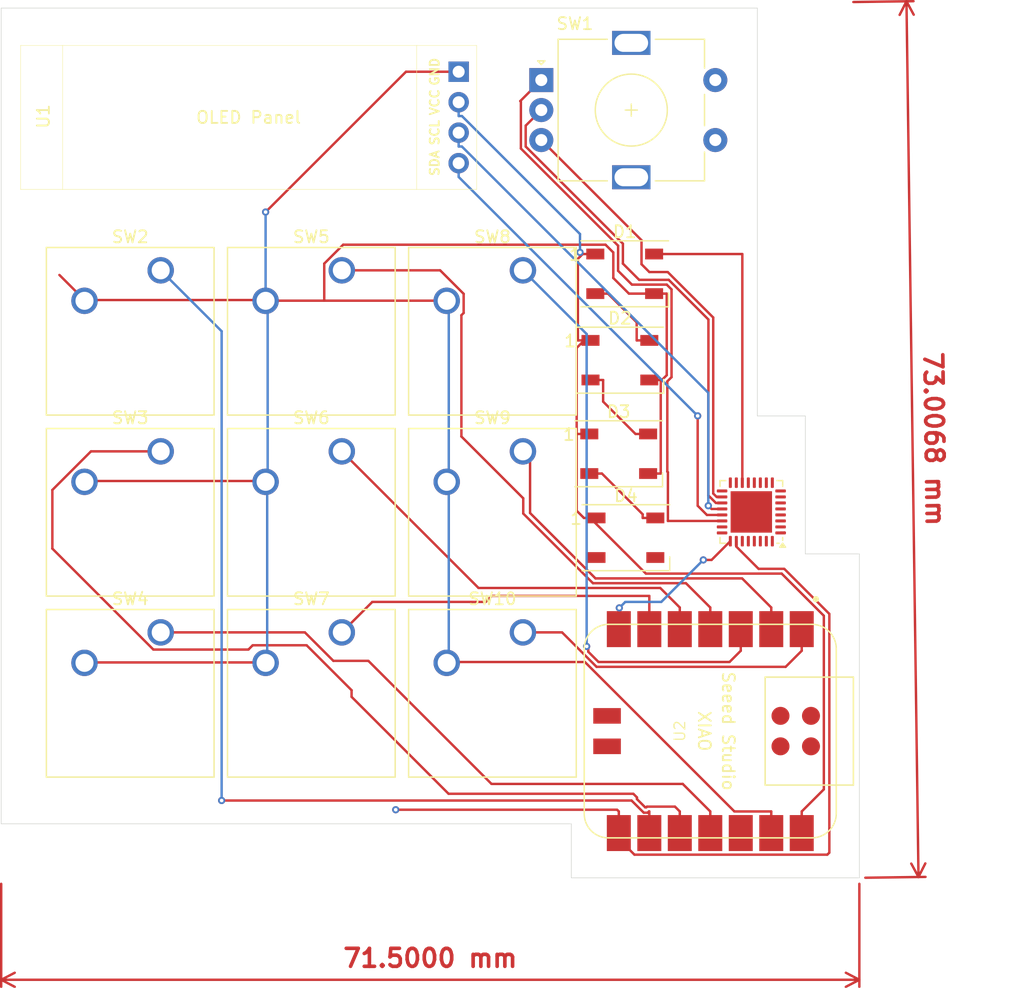
<source format=kicad_pcb>
(kicad_pcb (version 20240108) (generator "pcbnew") (generator_version "8.0")
  (layers (0 "F.Cu" signal) (31 "B.Cu" signal) (34 "B.Paste" user) (35 "F.Paste" user) (36 "B.SilkS" user "B.Silkscreen") (37 "F.SilkS" user "F.Silkscreen") (38 "B.Mask" user) (39 "F.Mask" user) (44 "Edge.Cuts" user))
  (net 0 "")
  (net 1 "GND")
  (net 2 "Net-(D1-VDD)")
  (net 3 "Net-(D1-DOUT)")
  (net 4 "Net-(D1-DIN)")
  (net 5 "Net-(D2-DOUT)")
  (net 6 "Net-(D3-DOUT)")
  (net 16 "Net-(U3-SDIO_DATA_0)")
  (net 18 "Net-(U3-SDIO_DATA_3)")
  (net 19 "Net-(U3-SDIO_DATA_2)")
  (net 20 "Net-(U2-PA4_A1_D1)")
  (net 21 "Net-(U2-PA11_A3_D3)")
  (net 22 "Net-(U2-PA8_A4_D4_SDA)")
  (net 23 "Net-(U2-PA9_A5_D5_SCL)")
  (net 24 "Net-(U2-PA7_A8_D8_SCK)")
  (net 25 "Net-(U2-PA5_A9_D9_MISO)")
  (net 26 "Net-(U2-PA6_A10_D10_MOSI)")
  (net 30 "Net-(U2-PB09_A7_D7_RX)")
  (net 32 "Net-(U2-PB08_A6_D6_TX)")
  (net 38 "unconnected-(U3-VDDA-Pad1)")
  (net 52 "Net-(U2-PA10_A2_D2)")
  (net 53 "Net-(U2-PA02_A0_D0)")
  (net 57 "Net-(U1-SCL)")
  (net 58 "Net-(U1-SDA)")
  (footprint "LED_SMD:LED_WS2812B_PLCC4_5.0x5.0mm_P3.2mm" (layer "F.Cu") (at 103.05 71.65)
    (property "Reference" "D4" (at 0 -3.5 0) (layer "F.SilkS"))
    (property "Value" "WS2812B")
    (fp_line (start -3.65 -2.75) (end 3.65 -2.75) (stroke (width 0.12)) (layer "F.SilkS"))
    (fp_line (start -3.65 2.75) (end 3.65 2.75) (stroke (width 0.12)) (layer "F.SilkS"))
    (fp_line (start 3.65 2.75) (end 3.65 1.6) (stroke (width 0.12)) (layer "F.SilkS"))
    (fp_text user "1" (at -4.15 -1.6 0) (layer "F.SilkS"))
    (pad "1" smd rect (at -2.45 -1.65) (size 1.5 0.9) (layers "F.Cu" "F.Paste" "F.Mask") (net 2 "Net-(D1-VDD)"))
    (pad "2" smd rect (at -2.45 1.65) (size 1.5 0.9) (layers "F.Cu" "F.Paste" "F.Mask"))
    (pad "3" smd rect (at 2.45 1.65) (size 1.5 0.9) (layers "F.Cu" "F.Paste" "F.Mask"))
    (pad "4" smd rect (at 2.45 -1.65) (size 1.5 0.9) (layers "F.Cu" "F.Paste" "F.Mask") (net 6 "Net-(D3-DOUT)"))
  )
  (footprint "Button_Switch_Keyboard:SW_Cherry_MX_1.00u_PCB" (layer "F.Cu") (at 79.38 49.36)
    (property "Reference" "SW5" (at -2.54 -2.794 0) (layer "F.SilkS"))
    (property "Value" "SW_Push")
    (fp_line (start -9.525 -1.905) (end 4.445 -1.905) (stroke (width 0.12)) (layer "F.SilkS"))
    (fp_line (start -9.525 12.065) (end -9.525 -1.905) (stroke (width 0.12)) (layer "F.SilkS"))
    (fp_line (start 4.445 -1.905) (end 4.445 12.065) (stroke (width 0.12)) (layer "F.SilkS"))
    (fp_line (start 4.445 12.065) (end -9.525 12.065) (stroke (width 0.12)) (layer "F.SilkS"))
    (pad "" np_thru_hole circle (at -7.62 5.08) (size 1.7 1.7) (drill 1.7) (layers "*.Cu" "*.Mask"))
    (pad "" np_thru_hole circle (at -2.54 5.08) (size 4 4) (drill 4) (layers "*.Cu" "*.Mask"))
    (pad "" np_thru_hole circle (at 2.54 5.08) (size 1.7 1.7) (drill 1.7) (layers "*.Cu" "*.Mask"))
    (pad "1" thru_hole circle (at 0 0) (size 2.2 2.2) (drill 1.5) (layers "*.Cu" "*.Mask") (net 21 "Net-(U2-PA11_A3_D3)"))
    (pad "2" thru_hole circle (at -6.35 2.54) (size 2.2 2.2) (drill 1.5) (layers "*.Cu" "*.Mask") (net 1 "GND"))
  )
  (footprint "Button_Switch_Keyboard:SW_Cherry_MX_1.00u_PCB" (layer "F.Cu") (at 94.47 64.45)
    (property "Reference" "SW9" (at -2.54 -2.794 0) (layer "F.SilkS"))
    (property "Value" "SW_Push")
    (fp_line (start -9.525 -1.905) (end 4.445 -1.905) (stroke (width 0.12)) (layer "F.SilkS"))
    (fp_line (start -9.525 12.065) (end -9.525 -1.905) (stroke (width 0.12)) (layer "F.SilkS"))
    (fp_line (start 4.445 -1.905) (end 4.445 12.065) (stroke (width 0.12)) (layer "F.SilkS"))
    (fp_line (start 4.445 12.065) (end -9.525 12.065) (stroke (width 0.12)) (layer "F.SilkS"))
    (pad "" np_thru_hole circle (at -7.62 5.08) (size 1.7 1.7) (drill 1.7) (layers "*.Cu" "*.Mask"))
    (pad "" np_thru_hole circle (at -2.54 5.08) (size 4 4) (drill 4) (layers "*.Cu" "*.Mask"))
    (pad "" np_thru_hole circle (at 2.54 5.08) (size 1.7 1.7) (drill 1.7) (layers "*.Cu" "*.Mask"))
    (pad "1" thru_hole circle (at 0 0) (size 2.2 2.2) (drill 1.5) (layers "*.Cu" "*.Mask") (net 20 "Net-(U2-PA4_A1_D1)"))
    (pad "2" thru_hole circle (at -6.35 2.54) (size 2.2 2.2) (drill 1.5) (layers "*.Cu" "*.Mask") (net 1 "GND"))
  )
  (footprint "OLED-4pin-128x32:SSD1306-0.91-OLED-4pin-128x32" (layer "F.Cu") (at 52.615 30.615)
    (property "Reference" "U1" (at 1.9 5.91 90) (layer "F.SilkS"))
    (property "Value" "SSD1306-0.91-OLED-4pin-128x32")
    (fp_line (start 0 0) (end 0 12) (stroke (width 0.04)) (layer "F.SilkS"))
    (fp_line (start 0 12) (end 38 12) (stroke (width 0.04)) (layer "F.SilkS"))
    (fp_line (start 3.5 0) (end 3.5 12) (stroke (width 0.04)) (layer "F.SilkS"))
    (fp_line (start 33 0) (end 33 12) (stroke (width 0.04)) (layer "F.SilkS"))
    (fp_line (start 38 0) (end 0 0) (stroke (width 0.04)) (layer "F.SilkS"))
    (fp_line (start 38 12) (end 38 0) (stroke (width 0.04)) (layer "F.SilkS"))
    (fp_text user "OLED Panel" (at 19 6 0) (layer "F.SilkS"))
    (fp_text user "SCL" (at 34.5 7.27 -90) (layer "F.SilkS") (effects (font (size 0.75 0.75))))
    (fp_text user "GND" (at 34.5 2.19 -90) (layer "F.SilkS") (effects (font (size 0.75 0.75))))
    (fp_text user "SDA" (at 34.5 9.81 -90) (layer "F.SilkS") (effects (font (size 0.75 0.75))))
    (fp_text user "VCC" (at 34.5 4.73 -90) (layer "F.SilkS") (effects (font (size 0.75 0.75))))
    (pad "1" thru_hole rect (at 36.5 2.19) (size 1.7 1.7) (drill 1) (layers "*.Cu" "*.Mask") (net 1 "GND"))
    (pad "2" thru_hole oval (at 36.5 4.73) (size 1.7 1.7) (drill 1) (layers "*.Cu" "*.Mask") (net 2 "Net-(D1-VDD)"))
    (pad "3" thru_hole oval (at 36.5 7.27) (size 1.7 1.7) (drill 1) (layers "*.Cu" "*.Mask") (net 57 "Net-(U1-SCL)"))
    (pad "4" thru_hole oval (at 36.5 9.81) (size 1.7 1.7) (drill 1) (layers "*.Cu" "*.Mask") (net 58 "Net-(U1-SDA)"))
  )
  (footprint "Button_Switch_Keyboard:SW_Cherry_MX_1.00u_PCB" (layer "F.Cu") (at 94.47 79.54)
    (property "Reference" "SW10" (at -2.54 -2.794 0) (layer "F.SilkS"))
    (property "Value" "SW_Push")
    (fp_line (start -9.525 -1.905) (end 4.445 -1.905) (stroke (width 0.12)) (layer "F.SilkS"))
    (fp_line (start -9.525 12.065) (end -9.525 -1.905) (stroke (width 0.12)) (layer "F.SilkS"))
    (fp_line (start 4.445 -1.905) (end 4.445 12.065) (stroke (width 0.12)) (layer "F.SilkS"))
    (fp_line (start 4.445 12.065) (end -9.525 12.065) (stroke (width 0.12)) (layer "F.SilkS"))
    (pad "" np_thru_hole circle (at -7.62 5.08) (size 1.7 1.7) (drill 1.7) (layers "*.Cu" "*.Mask"))
    (pad "" np_thru_hole circle (at -2.54 5.08) (size 4 4) (drill 4) (layers "*.Cu" "*.Mask"))
    (pad "" np_thru_hole circle (at 2.54 5.08) (size 1.7 1.7) (drill 1.7) (layers "*.Cu" "*.Mask"))
    (pad "1" thru_hole circle (at 0 0) (size 2.2 2.2) (drill 1.5) (layers "*.Cu" "*.Mask") (net 53 "Net-(U2-PA02_A0_D0)"))
    (pad "2" thru_hole circle (at -6.35 2.54) (size 2.2 2.2) (drill 1.5) (layers "*.Cu" "*.Mask") (net 1 "GND"))
  )
  (footprint "LED_SMD:LED_WS2812B_PLCC4_5.0x5.0mm_P3.2mm" (layer "F.Cu") (at 102.45 64.65)
    (property "Reference" "D3" (at 0 -3.5 0) (layer "F.SilkS"))
    (property "Value" "WS2812B")
    (fp_line (start -3.65 -2.75) (end 3.65 -2.75) (stroke (width 0.12)) (layer "F.SilkS"))
    (fp_line (start -3.65 2.75) (end 3.65 2.75) (stroke (width 0.12)) (layer "F.SilkS"))
    (fp_line (start 3.65 2.75) (end 3.65 1.6) (stroke (width 0.12)) (layer "F.SilkS"))
    (fp_text user "1" (at -4.15 -1.6 0) (layer "F.SilkS"))
    (pad "1" smd rect (at -2.45 -1.65) (size 1.5 0.9) (layers "F.Cu" "F.Paste" "F.Mask") (net 2 "Net-(D1-VDD)"))
    (pad "2" smd rect (at -2.45 1.65) (size 1.5 0.9) (layers "F.Cu" "F.Paste" "F.Mask") (net 6 "Net-(D3-DOUT)"))
    (pad "3" smd rect (at 2.45 1.65) (size 1.5 0.9) (layers "F.Cu" "F.Paste" "F.Mask") (net 1 "GND"))
    (pad "4" smd rect (at 2.45 -1.65) (size 1.5 0.9) (layers "F.Cu" "F.Paste" "F.Mask") (net 5 "Net-(D2-DOUT)"))
  )
  (footprint "Button_Switch_Keyboard:SW_Cherry_MX_1.00u_PCB" (layer "F.Cu") (at 94.47 49.36)
    (property "Reference" "SW8" (at -2.54 -2.794 0) (layer "F.SilkS"))
    (property "Value" "SW_Push")
    (fp_line (start -9.525 -1.905) (end 4.445 -1.905) (stroke (width 0.12)) (layer "F.SilkS"))
    (fp_line (start -9.525 12.065) (end -9.525 -1.905) (stroke (width 0.12)) (layer "F.SilkS"))
    (fp_line (start 4.445 -1.905) (end 4.445 12.065) (stroke (width 0.12)) (layer "F.SilkS"))
    (fp_line (start 4.445 12.065) (end -9.525 12.065) (stroke (width 0.12)) (layer "F.SilkS"))
    (pad "" np_thru_hole circle (at -7.62 5.08) (size 1.7 1.7) (drill 1.7) (layers "*.Cu" "*.Mask"))
    (pad "" np_thru_hole circle (at -2.54 5.08) (size 4 4) (drill 4) (layers "*.Cu" "*.Mask"))
    (pad "" np_thru_hole circle (at 2.54 5.08) (size 1.7 1.7) (drill 1.7) (layers "*.Cu" "*.Mask"))
    (pad "1" thru_hole circle (at 0 0) (size 2.2 2.2) (drill 1.5) (layers "*.Cu" "*.Mask") (net 52 "Net-(U2-PA10_A2_D2)"))
    (pad "2" thru_hole circle (at -6.35 2.54) (size 2.2 2.2) (drill 1.5) (layers "*.Cu" "*.Mask") (net 1 "GND"))
  )
  (footprint "Seeed Studio XIAO Series Library:XIAO-SAMD21-RP2040-14P-2.54-21X17.8MM (Seeeduino XIAO)" (layer "F.Cu") (at 110.08 87.77 -90)
    (property "Reference" "U2" (at 0 2.54 90) (layer "F.SilkS") (effects (font (size 0.889 0.889) (thickness 0.1016))))
    (property "Value" "Seeed Studio XIAO SAMD21" (hide yes))
    (fp_line (start -6.9 10.5) (end 6.9 10.5) (stroke (width 0.127)) (layer "F.SilkS"))
    (fp_line (start 8.9 8.5) (end 8.9 -8.5) (stroke (width 0.127)) (layer "F.SilkS"))
    (fp_line (start -4.5 -4.57073) (end -4.5 -11.92403) (stroke (width 0.127)) (layer "F.SilkS"))
    (fp_line (start 4.5 -4.57073) (end -4.5 -4.57073) (stroke (width 0.127)) (layer "F.SilkS"))
    (fp_line (start -8.9 -8.5) (end -8.9 8.5) (stroke (width 0.127)) (layer "F.SilkS"))
    (fp_line (start 6.9 -10.49909) (end -6.9 -10.49909) (stroke (width 0.127)) (layer "F.SilkS"))
    (fp_line (start -4.5 -11.92403) (end 4.5 -11.92403) (stroke (width 0.127)) (layer "F.SilkS"))
    (fp_line (start 4.5 -11.92403) (end 4.5 -4.57073) (stroke (width 0.127)) (layer "F.SilkS"))
    (fp_arc (start -6.9 10.5) (mid -8.301423 9.901423) (end -8.9 8.5) (stroke (width 0.12)) (layer "F.SilkS"))
    (fp_arc (start 8.9 8.5) (mid 8.314214 9.914214) (end 6.9 10.5) (stroke (width 0.12)) (layer "F.SilkS"))
    (fp_arc (start -8.9 -8.5) (mid -8.301491 -9.901491) (end -6.9 -10.5) (stroke (width 0.12)) (layer "F.SilkS"))
    (fp_arc (start 6.9 -10.5) (mid 8.301494 -9.901494) (end 8.9 -8.5) (stroke (width 0.12)) (layer "F.SilkS"))
    (fp_circle (center -11 -8.8) (end -11 -9.054) (fill solid) (layer "F.SilkS"))
    (fp_poly (pts (xy -8.887715 -8.561705) (xy -8.884667 -8.610473) (xy -8.880603 -8.659494)) (stroke (width 0.0254)) (fill none) (layer "F.SilkS"))
    (fp_poly (pts (xy 8.889492 8.521574) (xy 8.887713 8.57085) (xy 8.884665 8.619618) (xy 8.880601 8.668639) (xy 8.875268 8.717407) (xy 8.868664 8.766175) (xy 8.861044 8.81469) (xy 8.852153 8.86295) (xy 8.842248 8.910955)) (stroke (width 0.0254)) (fill none) (layer "F.SilkS"))
    (fp_text user "XIAO" (at 0 0.5 -90) (layer "F.SilkS"))
    (fp_text user "Seeed Studio" (at 0 -1.5 -90) (layer "F.SilkS"))
    (pad "1" smd rect (at -8.5 -7.62 270) (size 3 2) (layers "F.Cu" "F.Paste" "F.Mask") (net 53 "Net-(U2-PA02_A0_D0)"))
    (pad "2" smd rect (at -8.5 -5.08 270) (size 3 2) (layers "F.Cu" "F.Paste" "F.Mask") (net 20 "Net-(U2-PA4_A1_D1)"))
    (pad "3" smd rect (at -8.5 -2.54 270) (size 3 2) (layers "F.Cu" "F.Paste" "F.Mask") (net 52 "Net-(U2-PA10_A2_D2)"))
    (pad "4" smd rect (at -8.5 0 270) (size 3 2) (layers "F.Cu" "F.Paste" "F.Mask") (net 21 "Net-(U2-PA11_A3_D3)"))
    (pad "5" smd rect (at -8.5 2.54 270) (size 3 2) (layers "F.Cu" "F.Paste" "F.Mask") (net 22 "Net-(U2-PA8_A4_D4_SDA)"))
    (pad "6" smd rect (at -8.5 5.08 90) (size 3 2) (layers "F.Cu" "F.Paste" "F.Mask") (net 23 "Net-(U2-PA9_A5_D5_SCL)"))
    (pad "7" smd rect (at -8.5 7.62 270) (size 3 2) (layers "F.Cu" "F.Paste" "F.Mask") (net 32 "Net-(U2-PB08_A6_D6_TX)"))
    (pad "8" smd rect (at 8.5 7.62 270) (size 3 2) (layers "F.Cu" "F.Paste" "F.Mask") (net 30 "Net-(U2-PB09_A7_D7_RX)"))
    (pad "9" smd rect (at 8.5 5.08 270) (size 3 2) (layers "F.Cu" "F.Paste" "F.Mask") (net 24 "Net-(U2-PA7_A8_D8_SCK)"))
    (pad "10" smd rect (at 8.5 2.54 270) (size 3 2) (layers "F.Cu" "F.Paste" "F.Mask") (net 25 "Net-(U2-PA5_A9_D9_MISO)"))
    (pad "11" smd rect (at 8.5 0 270) (size 3 2) (layers "F.Cu" "F.Paste" "F.Mask") (net 26 "Net-(U2-PA6_A10_D10_MOSI)"))
    (pad "12" smd rect (at 8.5 -2.54 270) (size 3 2) (layers "F.Cu" "F.Paste" "F.Mask"))
    (pad "13" smd rect (at 8.5 -5.08 270) (size 3 2) (layers "F.Cu" "F.Paste" "F.Mask") (net 1 "GND"))
    (pad "14" smd rect (at 8.5 -7.62 270) (size 3 2) (layers "F.Cu" "F.Paste" "F.Mask") (net 2 "Net-(D1-VDD)"))
    (pad "15" smd circle (at -1.27 -8.39) (size 1.5 1.5) (layers "F.Cu" "F.Paste" "F.Mask"))
    (pad "16" smd circle (at 1.27 -8.39) (size 1.5 1.5) (layers "F.Cu" "F.Paste" "F.Mask"))
    (pad "17" smd circle (at -1.27 -5.85) (size 1.5 1.5) (layers "F.Cu" "F.Paste" "F.Mask"))
    (pad "18" smd circle (at 1.27 -5.85) (size 1.5 1.5) (layers "F.Cu" "F.Paste" "F.Mask"))
    (pad "19" smd rect (at -1.27 8.6) (size 2.3 1.3) (layers "F.Cu" "F.Paste" "F.Mask"))
    (pad "20" smd rect (at 1.27 8.6) (size 2.3 1.3) (layers "F.Cu" "F.Paste" "F.Mask"))
  )
  (footprint "LED_SMD:LED_WS2812B_PLCC4_5.0x5.0mm_P3.2mm" (layer "F.Cu") (at 102.95 49.65)
    (property "Reference" "D1" (at 0 -3.5 0) (layer "F.SilkS"))
    (property "Value" "WS2812B")
    (fp_line (start -3.65 -2.75) (end 3.65 -2.75) (stroke (width 0.12)) (layer "F.SilkS"))
    (fp_line (start -3.65 2.75) (end 3.65 2.75) (stroke (width 0.12)) (layer "F.SilkS"))
    (fp_line (start 3.65 2.75) (end 3.65 1.6) (stroke (width 0.12)) (layer "F.SilkS"))
    (fp_text user "1" (at -4.15 -1.6 0) (layer "F.SilkS"))
    (pad "1" smd rect (at -2.45 -1.65) (size 1.5 0.9) (layers "F.Cu" "F.Paste" "F.Mask") (net 2 "Net-(D1-VDD)"))
    (pad "2" smd rect (at -2.45 1.65) (size 1.5 0.9) (layers "F.Cu" "F.Paste" "F.Mask") (net 3 "Net-(D1-DOUT)"))
    (pad "3" smd rect (at 2.45 1.65) (size 1.5 0.9) (layers "F.Cu" "F.Paste" "F.Mask") (net 1 "GND"))
    (pad "4" smd rect (at 2.45 -1.65) (size 1.5 0.9) (layers "F.Cu" "F.Paste" "F.Mask") (net 4 "Net-(D1-DIN)"))
  )
  (footprint "Package_DFN_QFN:QFN-32-1EP_5x5mm_P0.5mm_EP3.45x3.45mm" (layer "F.Cu") (at 113.5 69.5 180)
    (property "Reference" "U3" (hide yes))
    (property "Value" "ESP8266EX")
    (fp_line (start 2.61 2.61) (end 2.61 2.135) (stroke (width 0.12)) (layer "F.SilkS"))
    (fp_line (start 2.61 -2.61) (end 2.61 -2.135) (stroke (width 0.12)) (layer "F.SilkS"))
    (fp_line (start 2.135 2.61) (end 2.61 2.61) (stroke (width 0.12)) (layer "F.SilkS"))
    (fp_line (start 2.135 -2.61) (end 2.61 -2.61) (stroke (width 0.12)) (layer "F.SilkS"))
    (fp_line (start -2.135 2.61) (end -2.61 2.61) (stroke (width 0.12)) (layer "F.SilkS"))
    (fp_line (start -2.135 -2.61) (end -2.31 -2.61) (stroke (width 0.12)) (layer "F.SilkS"))
    (fp_line (start -2.61 2.61) (end -2.61 2.135) (stroke (width 0.12)) (layer "F.SilkS"))
    (fp_line (start -2.61 -2.135) (end -2.61 -2.37) (stroke (width 0.12)) (layer "F.SilkS"))
    (fp_poly (pts (xy -2.61 -2.61) (xy -2.85 -2.94) (xy -2.37 -2.94) (xy -2.61 -2.61)) (stroke (width 0.12)) (fill solid) (layer "F.SilkS"))
    (pad "1" smd roundrect (at -2.4375 -1.75 180) (size 0.875 0.25) (layers "F.Cu" "F.Paste" "F.Mask") (net 38 "unconnected-(U3-VDDA-Pad1)"))
    (pad "2" smd roundrect (at -2.4375 -1.25 180) (size 0.875 0.25) (layers "F.Cu" "F.Paste" "F.Mask"))
    (pad "3" smd roundrect (at -2.4375 -0.75 180) (size 0.875 0.25) (layers "F.Cu" "F.Paste" "F.Mask"))
    (pad "4" smd roundrect (at -2.4375 -0.25 180) (size 0.875 0.25) (layers "F.Cu" "F.Paste" "F.Mask"))
    (pad "5" smd roundrect (at -2.4375 0.25 180) (size 0.875 0.25) (layers "F.Cu" "F.Paste" "F.Mask"))
    (pad "6" smd roundrect (at -2.4375 0.75 180) (size 0.875 0.25) (layers "F.Cu" "F.Paste" "F.Mask"))
    (pad "7" smd roundrect (at -2.4375 1.25 180) (size 0.875 0.25) (layers "F.Cu" "F.Paste" "F.Mask"))
    (pad "8" smd roundrect (at -2.4375 1.75 180) (size 0.875 0.25) (layers "F.Cu" "F.Paste" "F.Mask"))
    (pad "9" smd roundrect (at -1.75 2.4375 180) (size 0.25 0.875) (layers "F.Cu" "F.Paste" "F.Mask"))
    (pad "10" smd roundrect (at -1.25 2.4375 180) (size 0.25 0.875) (layers "F.Cu" "F.Paste" "F.Mask"))
    (pad "11" smd roundrect (at -0.75 2.4375 180) (size 0.25 0.875) (layers "F.Cu" "F.Paste" "F.Mask"))
    (pad "12" smd roundrect (at -0.25 2.4375 180) (size 0.25 0.875) (layers "F.Cu" "F.Paste" "F.Mask"))
    (pad "13" smd roundrect (at 0.25 2.4375 180) (size 0.25 0.875) (layers "F.Cu" "F.Paste" "F.Mask"))
    (pad "14" smd roundrect (at 0.75 2.4375 180) (size 0.25 0.875) (layers "F.Cu" "F.Paste" "F.Mask") (net 4 "Net-(D1-DIN)"))
    (pad "15" smd roundrect (at 1.25 2.4375 180) (size 0.25 0.875) (layers "F.Cu" "F.Paste" "F.Mask"))
    (pad "16" smd roundrect (at 1.75 2.4375 180) (size 0.25 0.875) (layers "F.Cu" "F.Paste" "F.Mask"))
    (pad "17" smd roundrect (at 2.4375 1.75 180) (size 0.875 0.25) (layers "F.Cu" "F.Paste" "F.Mask"))
    (pad "18" smd roundrect (at 2.4375 1.25 180) (size 0.875 0.25) (layers "F.Cu" "F.Paste" "F.Mask") (net 19 "Net-(U3-SDIO_DATA_2)"))
    (pad "19" smd roundrect (at 2.4375 0.75 180) (size 0.875 0.25) (layers "F.Cu" "F.Paste" "F.Mask") (net 18 "Net-(U3-SDIO_DATA_3)"))
    (pad "20" smd roundrect (at 2.4375 0.25 180) (size 0.875 0.25) (layers "F.Cu" "F.Paste" "F.Mask") (net 57 "Net-(U1-SCL)"))
    (pad "21" smd roundrect (at 2.4375 -0.25 180) (size 0.875 0.25) (layers "F.Cu" "F.Paste" "F.Mask") (net 58 "Net-(U1-SDA)"))
    (pad "22" smd roundrect (at 2.4375 -0.75 180) (size 0.875 0.25) (layers "F.Cu" "F.Paste" "F.Mask") (net 16 "Net-(U3-SDIO_DATA_0)"))
    (pad "23" smd roundrect (at 2.4375 -1.25 180) (size 0.875 0.25) (layers "F.Cu" "F.Paste" "F.Mask"))
    (pad "24" smd roundrect (at 2.4375 -1.75 180) (size 0.875 0.25) (layers "F.Cu" "F.Paste" "F.Mask"))
    (pad "25" smd roundrect (at 1.75 -2.4375 180) (size 0.25 0.875) (layers "F.Cu" "F.Paste" "F.Mask") (net 32 "Net-(U2-PB08_A6_D6_TX)"))
    (pad "26" smd roundrect (at 1.25 -2.4375 180) (size 0.25 0.875) (layers "F.Cu" "F.Paste" "F.Mask") (net 30 "Net-(U2-PB09_A7_D7_RX)"))
    (pad "27" smd roundrect (at 0.75 -2.4375 180) (size 0.25 0.875) (layers "F.Cu" "F.Paste" "F.Mask"))
    (pad "28" smd roundrect (at 0.25 -2.4375 180) (size 0.25 0.875) (layers "F.Cu" "F.Paste" "F.Mask"))
    (pad "29" smd roundrect (at -0.25 -2.4375 180) (size 0.25 0.875) (layers "F.Cu" "F.Paste" "F.Mask"))
    (pad "30" smd roundrect (at -0.75 -2.4375 180) (size 0.25 0.875) (layers "F.Cu" "F.Paste" "F.Mask"))
    (pad "31" smd roundrect (at -1.25 -2.4375 180) (size 0.25 0.875) (layers "F.Cu" "F.Paste" "F.Mask"))
    (pad "32" smd roundrect (at -1.75 -2.4375 180) (size 0.25 0.875) (layers "F.Cu" "F.Paste" "F.Mask"))
    (pad "33" smd rect (at 0 0 180) (size 3.45 3.45) (property pad_prop_heatsink) (layers "F.Cu" "F.Mask"))
  )
  (footprint "Button_Switch_Keyboard:SW_Cherry_MX_1.00u_PCB" (layer "F.Cu") (at 64.29 64.45)
    (property "Reference" "SW3" (at -2.54 -2.794 0) (layer "F.SilkS"))
    (property "Value" "SW_Push")
    (fp_line (start -9.525 -1.905) (end 4.445 -1.905) (stroke (width 0.12)) (layer "F.SilkS"))
    (fp_line (start -9.525 12.065) (end -9.525 -1.905) (stroke (width 0.12)) (layer "F.SilkS"))
    (fp_line (start 4.445 -1.905) (end 4.445 12.065) (stroke (width 0.12)) (layer "F.SilkS"))
    (fp_line (start 4.445 12.065) (end -9.525 12.065) (stroke (width 0.12)) (layer "F.SilkS"))
    (pad "" np_thru_hole circle (at -7.62 5.08) (size 1.7 1.7) (drill 1.7) (layers "*.Cu" "*.Mask"))
    (pad "" np_thru_hole circle (at -2.54 5.08) (size 4 4) (drill 4) (layers "*.Cu" "*.Mask"))
    (pad "" np_thru_hole circle (at 2.54 5.08) (size 1.7 1.7) (drill 1.7) (layers "*.Cu" "*.Mask"))
    (pad "1" thru_hole circle (at 0 0) (size 2.2 2.2) (drill 1.5) (layers "*.Cu" "*.Mask") (net 25 "Net-(U2-PA5_A9_D9_MISO)"))
    (pad "2" thru_hole circle (at -6.35 2.54) (size 2.2 2.2) (drill 1.5) (layers "*.Cu" "*.Mask") (net 1 "GND"))
  )
  (footprint "Button_Switch_Keyboard:SW_Cherry_MX_1.00u_PCB" (layer "F.Cu") (at 64.29 79.54)
    (property "Reference" "SW4" (at -2.54 -2.794 0) (layer "F.SilkS"))
    (property "Value" "SW_Push")
    (fp_line (start -9.525 -1.905) (end 4.445 -1.905) (stroke (width 0.12)) (layer "F.SilkS"))
    (fp_line (start -9.525 12.065) (end -9.525 -1.905) (stroke (width 0.12)) (layer "F.SilkS"))
    (fp_line (start 4.445 -1.905) (end 4.445 12.065) (stroke (width 0.12)) (layer "F.SilkS"))
    (fp_line (start 4.445 12.065) (end -9.525 12.065) (stroke (width 0.12)) (layer "F.SilkS"))
    (pad "" np_thru_hole circle (at -7.62 5.08) (size 1.7 1.7) (drill 1.7) (layers "*.Cu" "*.Mask"))
    (pad "" np_thru_hole circle (at -2.54 5.08) (size 4 4) (drill 4) (layers "*.Cu" "*.Mask"))
    (pad "" np_thru_hole circle (at 2.54 5.08) (size 1.7 1.7) (drill 1.7) (layers "*.Cu" "*.Mask"))
    (pad "1" thru_hole circle (at 0 0) (size 2.2 2.2) (drill 1.5) (layers "*.Cu" "*.Mask") (net 26 "Net-(U2-PA6_A10_D10_MOSI)"))
    (pad "2" thru_hole circle (at -6.35 2.54) (size 2.2 2.2) (drill 1.5) (layers "*.Cu" "*.Mask") (net 1 "GND"))
  )
  (footprint "LED_SMD:LED_WS2812B_PLCC4_5.0x5.0mm_P3.2mm" (layer "F.Cu") (at 102.55 56.85)
    (property "Reference" "D2" (at 0 -3.5 0) (layer "F.SilkS"))
    (property "Value" "WS2812B")
    (fp_line (start -3.65 -2.75) (end 3.65 -2.75) (stroke (width 0.12)) (layer "F.SilkS"))
    (fp_line (start -3.65 2.75) (end 3.65 2.75) (stroke (width 0.12)) (layer "F.SilkS"))
    (fp_line (start 3.65 2.75) (end 3.65 1.6) (stroke (width 0.12)) (layer "F.SilkS"))
    (fp_text user "1" (at -4.15 -1.6 0) (layer "F.SilkS"))
    (pad "1" smd rect (at -2.45 -1.65) (size 1.5 0.9) (layers "F.Cu" "F.Paste" "F.Mask") (net 2 "Net-(D1-VDD)"))
    (pad "2" smd rect (at -2.45 1.65) (size 1.5 0.9) (layers "F.Cu" "F.Paste" "F.Mask") (net 5 "Net-(D2-DOUT)"))
    (pad "3" smd rect (at 2.45 1.65) (size 1.5 0.9) (layers "F.Cu" "F.Paste" "F.Mask") (net 1 "GND"))
    (pad "4" smd rect (at 2.45 -1.65) (size 1.5 0.9) (layers "F.Cu" "F.Paste" "F.Mask") (net 3 "Net-(D1-DOUT)"))
  )
  (footprint "Button_Switch_Keyboard:SW_Cherry_MX_1.00u_PCB" (layer "F.Cu") (at 64.29 49.36)
    (property "Reference" "SW2" (at -2.54 -2.794 0) (layer "F.SilkS"))
    (property "Value" "SW_Push")
    (fp_line (start -9.525 -1.905) (end 4.445 -1.905) (stroke (width 0.12)) (layer "F.SilkS"))
    (fp_line (start -9.525 12.065) (end -9.525 -1.905) (stroke (width 0.12)) (layer "F.SilkS"))
    (fp_line (start 4.445 -1.905) (end 4.445 12.065) (stroke (width 0.12)) (layer "F.SilkS"))
    (fp_line (start 4.445 12.065) (end -9.525 12.065) (stroke (width 0.12)) (layer "F.SilkS"))
    (pad "" np_thru_hole circle (at -7.62 5.08) (size 1.7 1.7) (drill 1.7) (layers "*.Cu" "*.Mask"))
    (pad "" np_thru_hole circle (at -2.54 5.08) (size 4 4) (drill 4) (layers "*.Cu" "*.Mask"))
    (pad "" np_thru_hole circle (at 2.54 5.08) (size 1.7 1.7) (drill 1.7) (layers "*.Cu" "*.Mask"))
    (pad "1" thru_hole circle (at 0 0) (size 2.2 2.2) (drill 1.5) (layers "*.Cu" "*.Mask") (net 24 "Net-(U2-PA7_A8_D8_SCK)"))
    (pad "2" thru_hole circle (at -6.35 2.54) (size 2.2 2.2) (drill 1.5) (layers "*.Cu" "*.Mask") (net 1 "GND"))
  )
  (footprint "Rotary_Encoder:RotaryEncoder_Alps_EC11E-Switch_Vertical_H20mm" (layer "F.Cu") (at 96 33.5)
    (property "Reference" "SW1" (at 2.8 -4.7 0) (layer "F.SilkS"))
    (property "Value" "RotaryEncoder_Switch")
    (fp_line (start -0.3 -1.6) (end 0.3 -1.6) (stroke (width 0.12)) (layer "F.SilkS"))
    (fp_line (start 0 -1.3) (end -0.3 -1.6) (stroke (width 0.12)) (layer "F.SilkS"))
    (fp_line (start 0.3 -1.6) (end 0 -1.3) (stroke (width 0.12)) (layer "F.SilkS"))
    (fp_line (start 1.4 -3.4) (end 1.4 8.4) (stroke (width 0.12)) (layer "F.SilkS"))
    (fp_line (start 5.5 -3.4) (end 1.4 -3.4) (stroke (width 0.12)) (layer "F.SilkS"))
    (fp_line (start 5.5 8.4) (end 1.4 8.4) (stroke (width 0.12)) (layer "F.SilkS"))
    (fp_line (start 7 2.5) (end 8 2.5) (stroke (width 0.12)) (layer "F.SilkS"))
    (fp_line (start 7.5 2) (end 7.5 3) (stroke (width 0.12)) (layer "F.SilkS"))
    (fp_line (start 9.5 -3.4) (end 13.6 -3.4) (stroke (width 0.12)) (layer "F.SilkS"))
    (fp_line (start 13.6 -3.4) (end 13.6 -1) (stroke (width 0.12)) (layer "F.SilkS"))
    (fp_line (start 13.6 1.2) (end 13.6 3.8) (stroke (width 0.12)) (layer "F.SilkS"))
    (fp_line (start 13.6 6) (end 13.6 8.4) (stroke (width 0.12)) (layer "F.SilkS"))
    (fp_line (start 13.6 8.4) (end 9.5 8.4) (stroke (width 0.12)) (layer "F.SilkS"))
    (fp_circle (center 7.5 2.5) (end 10.5 2.5) (stroke (width 0.12)) (fill none) (layer "F.SilkS"))
    (pad "A" thru_hole rect (at 0 0) (size 2 2) (drill 1) (layers "*.Cu" "*.Mask") (net 16 "Net-(U3-SDIO_DATA_0)"))
    (pad "B" thru_hole circle (at 0 5) (size 2 2) (drill 1) (layers "*.Cu" "*.Mask") (net 19 "Net-(U3-SDIO_DATA_2)"))
    (pad "C" thru_hole circle (at 0 2.5) (size 2 2) (drill 1) (layers "*.Cu" "*.Mask") (net 18 "Net-(U3-SDIO_DATA_3)"))
    (pad "MP" thru_hole rect (at 7.5 -3.1) (size 3.2 2) (drill oval 2.8 1.5) (layers "*.Cu" "*.Mask"))
    (pad "MP" thru_hole rect (at 7.5 8.1) (size 3.2 2) (drill oval 2.8 1.5) (layers "*.Cu" "*.Mask"))
    (pad "S1" thru_hole circle (at 14.5 5) (size 2 2) (drill 1) (layers "*.Cu" "*.Mask"))
    (pad "S2" thru_hole circle (at 14.5 0) (size 2 2) (drill 1) (layers "*.Cu" "*.Mask"))
  )
  (footprint "Button_Switch_Keyboard:SW_Cherry_MX_1.00u_PCB" (layer "F.Cu") (at 79.38 79.54)
    (property "Reference" "SW7" (at -2.54 -2.794 0) (layer "F.SilkS"))
    (property "Value" "SW_Push")
    (fp_line (start -9.525 -1.905) (end 4.445 -1.905) (stroke (width 0.12)) (layer "F.SilkS"))
    (fp_line (start -9.525 12.065) (end -9.525 -1.905) (stroke (width 0.12)) (layer "F.SilkS"))
    (fp_line (start 4.445 -1.905) (end 4.445 12.065) (stroke (width 0.12)) (layer "F.SilkS"))
    (fp_line (start 4.445 12.065) (end -9.525 12.065) (stroke (width 0.12)) (layer "F.SilkS"))
    (pad "" np_thru_hole circle (at -7.62 5.08) (size 1.7 1.7) (drill 1.7) (layers "*.Cu" "*.Mask"))
    (pad "" np_thru_hole circle (at -2.54 5.08) (size 4 4) (drill 4) (layers "*.Cu" "*.Mask"))
    (pad "" np_thru_hole circle (at 2.54 5.08) (size 1.7 1.7) (drill 1.7) (layers "*.Cu" "*.Mask"))
    (pad "1" thru_hole circle (at 0 0) (size 2.2 2.2) (drill 1.5) (layers "*.Cu" "*.Mask") (net 23 "Net-(U2-PA9_A5_D5_SCL)"))
    (pad "2" thru_hole circle (at -6.35 2.54) (size 2.2 2.2) (drill 1.5) (layers "*.Cu" "*.Mask") (net 1 "GND"))
  )
  (footprint "Button_Switch_Keyboard:SW_Cherry_MX_1.00u_PCB" (layer "F.Cu") (at 79.38 64.45)
    (property "Reference" "SW6" (at -2.54 -2.794 0) (layer "F.SilkS"))
    (property "Value" "SW_Push")
    (fp_line (start -9.525 -1.905) (end 4.445 -1.905) (stroke (width 0.12)) (layer "F.SilkS"))
    (fp_line (start -9.525 12.065) (end -9.525 -1.905) (stroke (width 0.12)) (layer "F.SilkS"))
    (fp_line (start 4.445 -1.905) (end 4.445 12.065) (stroke (width 0.12)) (layer "F.SilkS"))
    (fp_line (start 4.445 12.065) (end -9.525 12.065) (stroke (width 0.12)) (layer "F.SilkS"))
    (pad "" np_thru_hole circle (at -7.62 5.08) (size 1.7 1.7) (drill 1.7) (layers "*.Cu" "*.Mask"))
    (pad "" np_thru_hole circle (at -2.54 5.08) (size 4 4) (drill 4) (layers "*.Cu" "*.Mask"))
    (pad "" np_thru_hole circle (at 2.54 5.08) (size 1.7 1.7) (drill 1.7) (layers "*.Cu" "*.Mask"))
    (pad "1" thru_hole circle (at 0 0) (size 2.2 2.2) (drill 1.5) (layers "*.Cu" "*.Mask") (net 22 "Net-(U2-PA8_A4_D4_SDA)"))
    (pad "2" thru_hole circle (at -6.35 2.54) (size 2.2 2.2) (drill 1.5) (layers "*.Cu" "*.Mask") (net 1 "GND"))
  )
  (gr_line (start 114 61.5) (end 114 27.5) (stroke (width 0.05)) (layer "Edge.Cuts"))
  (gr_line (start 98.5 95.5) (end 51 95.5) (stroke (width 0.05)) (layer "Edge.Cuts"))
  (gr_line (start 118 61.5) (end 114 61.5) (stroke (width 0.05)) (layer "Edge.Cuts"))
  (gr_line (start 51 27.5) (end 51 95.5) (stroke (width 0.05)) (layer "Edge.Cuts"))
  (gr_line (start 122.5 73) (end 118 73) (stroke (width 0.05)) (layer "Edge.Cuts"))
  (gr_line (start 114 27.5) (end 51 27.5) (stroke (width 0.05)) (layer "Edge.Cuts"))
  (gr_line (start 122.5 100) (end 98.5 100) (stroke (width 0.05)) (layer "Edge.Cuts"))
  (gr_line (start 98.5 100) (end 98.5 98.5) (stroke (width 0.05)) (layer "Edge.Cuts"))
  (gr_line (start 118 73) (end 118 61.5) (stroke (width 0.05)) (layer "Edge.Cuts"))
  (gr_line (start 122.5 73) (end 122.5 100) (stroke (width 0.05)) (layer "Edge.Cuts"))
  (gr_line (start 98.5 98.5) (end 98.5 95.5) (stroke (width 0.05)) (layer "Edge.Cuts"))
  (dimension (type aligned) (layer "F.Cu") (pts (xy 122.5 100) (xy 51 100)) (height -8.5) (gr_text "71,5000 mm" (at 86.75 106.7 0) (layer "F.Cu") (effects (font (size 1.5 1.5) (thickness 0.3)))) (format (prefix "") (suffix "") (units 3) (units_format 1) (precision 4)) (style (thickness 0.2) (arrow_length 1.27) (text_position_mode 0) (extension_height 0.58642) (extension_offset 0.5) keep_text_aligned))
  (dimension (type aligned) (layer "F.Cu") (pts (xy 122.5 100) (xy 121.5 27)) (height 4.927585) (gr_text "73,0068 mm" (at 128.726954 63.40785 -89.2151754) (layer "F.Cu") (effects (font (size 1.5 1.5) (thickness 0.3)))) (format (prefix "") (suffix "") (units 3) (units_format 1) (precision 4)) (style (thickness 0.2) (arrow_length 1.27) (text_position_mode 0) (extension_height 0.58642) (extension_offset 0.5) keep_text_aligned))
  (segment (start 77.9161 51.8883) (end 73.0417 51.8883) (width 0.2) (layer "F.Cu") (net 1))
  (segment (start 77.9161 48.8002) (end 79.4914 47.2249) (width 0.2) (layer "F.Cu") (net 1))
  (segment (start 57.94 51.8347) (end 57.94 51.9) (width 0.2) (layer "F.Cu") (net 1))
  (segment (start 72.9953 82.0453) (end 57.9747 82.0453) (width 0.2) (layer "F.Cu") (net 1))
  (segment (start 105.95 58.5) (end 106.052 58.5) (width 0.2) (layer "F.Cu") (net 1))
  (segment (start 73.0417 51.8883) (end 73.03 51.9) (width 0.2) (layer "F.Cu") (net 1))
  (segment (start 106.452 58.1) (end 106.452 51.3) (width 0.2) (layer "F.Cu") (net 1))
  (segment (start 58.0093 66.9207) (end 57.94 66.99) (width 0.2) (layer "F.Cu") (net 1))
  (segment (start 77.9161 51.8883) (end 77.9161 48.8002) (width 0.2) (layer "F.Cu") (net 1))
  (segment (start 99.635 82.0122) (end 112.091 94.4683) (width 0.2) (layer "F.Cu") (net 1))
  (segment (start 105.952 66.3) (end 105.952 58.5015) (width 0.2) (layer "F.Cu") (net 1))
  (segment (start 101.353 47.2249) (end 102 47.872) (width 0.2) (layer "F.Cu") (net 1))
  (segment (start 102 50) (end 103.3 51.3) (width 0.2) (layer "F.Cu") (net 1))
  (segment (start 73.03 44.5) (end 84.725 32.805) (width 0.2) (layer "F.Cu") (net 1))
  (segment (start 57.9747 82.0453) (end 57.94 82.08) (width 0.2) (layer "F.Cu") (net 1))
  (segment (start 112.091 94.4683) (end 115.16 94.4683) (width 0.2) (layer "F.Cu") (net 1))
  (segment (start 73.03 66.99) (end 72.9607 66.9207) (width 0.2) (layer "F.Cu") (net 1))
  (segment (start 115.16 94.4683) (end 115.16 96.27) (width 0.2) (layer "F.Cu") (net 1))
  (segment (start 102 47.872) (end 102 50) (width 0.2) (layer "F.Cu") (net 1))
  (segment (start 88.1083 51.8883) (end 77.9161 51.8883) (width 0.2) (layer "F.Cu") (net 1))
  (segment (start 73.03 82.08) (end 72.9953 82.0453) (width 0.2) (layer "F.Cu") (net 1))
  (segment (start 106.452 51.3) (end 105.4 51.3) (width 0.2) (layer "F.Cu") (net 1))
  (segment (start 105.952 58.5015) (end 105.95 58.5) (width 0.2) (layer "F.Cu") (net 1))
  (segment (start 105 58.5) (end 105.95 58.5) (width 0.2) (layer "F.Cu") (net 1))
  (segment (start 88.12 82.08) (end 88.1878 82.0122) (width 0.2) (layer "F.Cu") (net 1))
  (segment (start 57.94 51.8347) (end 72.9647 51.8347) (width 0.2) (layer "F.Cu") (net 1))
  (segment (start 88.1878 82.0122) (end 99.635 82.0122) (width 0.2) (layer "F.Cu") (net 1))
  (segment (start 55.85 49.7447) (end 57.94 51.8347) (width 0.2) (layer "F.Cu") (net 1))
  (segment (start 79.4914 47.2249) (end 101.353 47.2249) (width 0.2) (layer "F.Cu") (net 1))
  (segment (start 72.9607 66.9207) (end 58.0093 66.9207) (width 0.2) (layer "F.Cu") (net 1))
  (segment (start 84.725 32.805) (end 89.115 32.805) (width 0.2) (layer "F.Cu") (net 1))
  (segment (start 88.12 51.9) (end 88.1083 51.8883) (width 0.2) (layer "F.Cu") (net 1))
  (segment (start 103.3 51.3) (end 105.4 51.3) (width 0.2) (layer "F.Cu") (net 1))
  (segment (start 104.9 66.3) (end 105.952 66.3) (width 0.2) (layer "F.Cu") (net 1))
  (segment (start 106.052 58.5) (end 106.452 58.1) (width 0.2) (layer "F.Cu") (net 1))
  (segment (start 72.9647 51.8347) (end 73.03 51.9) (width 0.2) (layer "F.Cu") (net 1))
  (via (at 73.03 44.5) (size 0.6) (drill 0.3) (layers "F.Cu" "B.Cu") (net 1))
  (segment (start 88.2913 66.8187) (end 88.12 66.99) (width 0.2) (layer "B.Cu") (net 1))
  (segment (start 73.03 51.9) (end 73.03 44.5) (width 0.2) (layer "B.Cu") (net 1))
  (segment (start 73.03 51.9) (end 73.2013 52.0713) (width 0.2) (layer "B.Cu") (net 1))
  (segment (start 88.2913 67.1613) (end 88.12 66.99) (width 0.2) (layer "B.Cu") (net 1))
  (segment (start 73.03 66.99) (end 73.1617 67.1217) (width 0.2) (layer "B.Cu") (net 1))
  (segment (start 73.1617 67.1217) (end 73.1617 81.9483) (width 0.2) (layer "B.Cu") (net 1))
  (segment (start 88.2913 81.9087) (end 88.2913 67.1613) (width 0.2) (layer "B.Cu") (net 1))
  (segment (start 88.12 51.9) (end 88.2913 52.0713) (width 0.2) (layer "B.Cu") (net 1))
  (segment (start 73.2013 66.8187) (end 73.03 66.99) (width 0.2) (layer "B.Cu") (net 1))
  (segment (start 73.1617 81.9483) (end 73.03 82.08) (width 0.2) (layer "B.Cu") (net 1))
  (segment (start 73.2013 52.0713) (end 73.2013 66.8187) (width 0.2) (layer "B.Cu") (net 1))
  (segment (start 88.2913 52.0713) (end 88.2913 66.8187) (width 0.2) (layer "B.Cu") (net 1))
  (segment (start 88.12 82.08) (end 88.2913 81.9087) (width 0.2) (layer "B.Cu") (net 1))
  (segment (start 99.225 48.2233) (end 99.0483 48.4) (width 0.2) (layer "F.Cu") (net 2))
  (segment (start 99.0483 55.2) (end 99.5742 55.2) (width 0.2) (layer "F.Cu") (net 2))
  (segment (start 99.0483 48.4) (end 99.0483 55.2) (width 0.2) (layer "F.Cu") (net 2))
  (segment (start 99.5483 70) (end 98.9483 69.4) (width 0.2) (layer "F.Cu") (net 2))
  (segment (start 100.074 70) (end 99.5483 70) (width 0.2) (layer "F.Cu") (net 2))
  (segment (start 116.028 74.6418) (end 104.716 74.6418) (width 0.2) (layer "F.Cu") (net 2))
  (segment (start 98.9483 63) (end 98.9498 63) (width 0.2) (layer "F.Cu") (net 2))
  (segment (start 117.7 96.27) (end 117.7 94.4683) (width 0.2) (layer "F.Cu") (net 2))
  (segment (start 100 63) (end 98.9498 63) (width 0.2) (layer "F.Cu") (net 2))
  (segment (start 100.5 48) (end 99.4483 48) (width 0.2) (layer "F.Cu") (net 2))
  (segment (start 99.4483 48) (end 99.225 48.2233) (width 0.2) (layer "F.Cu") (net 2))
  (segment (start 119.542 92.6261) (end 119.542 78.1556) (width 0.2) (layer "F.Cu") (net 2))
  (segment (start 99.5742 55.2) (end 98.9483 55.8259) (width 0.2) (layer "F.Cu") (net 2))
  (segment (start 99.225 48.2233) (end 99.225 47.8648) (width 0.2) (layer "F.Cu") (net 2))
  (segment (start 98.9483 63.0015) (end 98.9498 63) (width 0.2) (layer "F.Cu") (net 2))
  (segment (start 98.9483 69.4) (end 98.9483 63.0015) (width 0.2) (layer "F.Cu") (net 2))
  (segment (start 100.1 55.2) (end 99.5742 55.2) (width 0.2) (layer "F.Cu") (net 2))
  (segment (start 98.9483 55.8259) (end 98.9483 63) (width 0.2) (layer "F.Cu") (net 2))
  (segment (start 119.542 78.1556) (end 116.028 74.6418) (width 0.2) (layer "F.Cu") (net 2))
  (segment (start 117.7 94.4683) (end 119.542 92.6261) (width 0.2) (layer "F.Cu") (net 2))
  (segment (start 100.6 70) (end 100.074 70) (width 0.2) (layer "F.Cu") (net 2))
  (segment (start 104.716 74.6418) (end 100.074 70) (width 0.2) (layer "F.Cu") (net 2))
  (via (at 99.225 47.8648) (size 0.6) (drill 0.3) (layers "F.Cu" "B.Cu") (net 2))
  (segment (start 99.225 46.334) (end 89.3877 36.4967) (width 0.2) (layer "B.Cu") (net 2))
  (segment (start 89.115 35.345) (end 89.115 36.4967) (width 0.2) (layer "B.Cu") (net 2))
  (segment (start 89.3877 36.4967) (end 89.115 36.4967) (width 0.2) (layer "B.Cu") (net 2))
  (segment (start 99.225 47.8648) (end 99.225 46.334) (width 0.2) (layer "B.Cu") (net 2))
  (segment (start 101.552 51.3) (end 103.948 53.6966) (width 0.2) (layer "F.Cu") (net 3))
  (segment (start 103.948 53.6966) (end 103.948 55.2) (width 0.2) (layer "F.Cu") (net 3))
  (segment (start 100.5 51.3) (end 101.552 51.3) (width 0.2) (layer "F.Cu") (net 3))
  (segment (start 103.948 55.2) (end 105 55.2) (width 0.2) (layer "F.Cu") (net 3))
  (segment (start 112.75 48) (end 112.75 67.0625) (width 0.2) (layer "F.Cu") (net 4))
  (segment (start 105.4 48) (end 112.75 48) (width 0.2) (layer "F.Cu") (net 4))
  (segment (start 103.848 63) (end 101.152 60.3034) (width 0.2) (layer "F.Cu") (net 5))
  (segment (start 101.152 58.5) (end 100.1 58.5) (width 0.2) (layer "F.Cu") (net 5))
  (segment (start 101.152 60.3034) (end 101.152 58.5) (width 0.2) (layer "F.Cu") (net 5))
  (segment (start 104.9 63) (end 103.848 63) (width 0.2) (layer "F.Cu") (net 5))
  (segment (start 104.448 70) (end 104.448 69.6966) (width 0.2) (layer "F.Cu") (net 6))
  (segment (start 105.5 70) (end 104.448 70) (width 0.2) (layer "F.Cu") (net 6))
  (segment (start 101.052 66.3) (end 100 66.3) (width 0.2) (layer "F.Cu") (net 6))
  (segment (start 104.448 69.6966) (end 101.052 66.3) (width 0.2) (layer "F.Cu") (net 6))
  (segment (start 106.852 58.2657) (end 106.5 58.6174) (width 0.2) (layer "F.Cu") (net 16))
  (segment (start 106.45 50.55) (end 106.852 50.9517) (width 0.2) (layer "F.Cu") (net 16))
  (segment (start 106.5 66.1394) (end 106.55 66.1894) (width 0.2) (layer "F.Cu") (net 16))
  (segment (start 96 33.5) (end 94.25 35.25) (width 0.2) (layer "F.Cu") (net 16))
  (segment (start 102.4 49.4) (end 103.55 50.55) (width 0.2) (layer "F.Cu") (net 16))
  (segment (start 94.3 35.3) (end 94.3 39.2042) (width 0.2) (layer "F.Cu") (net 16))
  (segment (start 106.5 58.6174) (end 106.5 66.1394) (width 0.2) (layer "F.Cu") (net 16))
  (segment (start 103.55 50.55) (end 106.45 50.55) (width 0.2) (layer "F.Cu") (net 16))
  (segment (start 106.852 50.9517) (end 106.852 58.2657) (width 0.2) (layer "F.Cu") (net 16))
  (segment (start 106.55 70.25) (end 111.062 70.25) (width 0.2) (layer "F.Cu") (net 16))
  (segment (start 94.3 39.2042) (end 102.4 47.3042) (width 0.2) (layer "F.Cu") (net 16))
  (segment (start 106.55 66.1894) (end 106.55 70.25) (width 0.2) (layer "F.Cu") (net 16))
  (segment (start 111.062 70.25) (end 111.0625 70.25) (width 0.2) (layer "F.Cu") (net 16))
  (segment (start 102.4 47.3042) (end 102.4 49.4) (width 0.2) (layer "F.Cu") (net 16))
  (segment (start 94.25 35.25) (end 94.3 35.3) (width 0.2) (layer "F.Cu") (net 16))
  (segment (start 94.7 39.0385) (end 102.8 47.1385) (width 0.2) (layer "F.Cu") (net 18))
  (segment (start 102.8 47.1385) (end 102.8 48.8) (width 0.2) (layer "F.Cu") (net 18))
  (segment (start 94.7 37.3) (end 94.7 39.0385) (width 0.2) (layer "F.Cu") (net 18))
  (segment (start 111.062 68.75) (end 111.0625 68.75) (width 0.2) (layer "F.Cu") (net 18))
  (segment (start 102.8 48.8) (end 104.15 50.15) (width 0.2) (layer "F.Cu") (net 18))
  (segment (start 104.15 50.15) (end 106.616 50.15) (width 0.2) (layer "F.Cu") (net 18))
  (segment (start 109.925 68.1301) (end 110.545 68.75) (width 0.2) (layer "F.Cu") (net 18))
  (segment (start 109.925 53.4593) (end 109.925 68.1301) (width 0.2) (layer "F.Cu") (net 18))
  (segment (start 106.616 50.15) (end 109.925 53.4593) (width 0.2) (layer "F.Cu") (net 18))
  (segment (start 96 36) (end 94.7 37.3) (width 0.2) (layer "F.Cu") (net 18))
  (segment (start 110.545 68.75) (end 111.062 68.75) (width 0.2) (layer "F.Cu") (net 18))
  (segment (start 104.35 46.85) (end 104.35 48.85) (width 0.2) (layer "F.Cu") (net 19))
  (segment (start 105 49.5) (end 106.531 49.5) (width 0.2) (layer "F.Cu") (net 19))
  (segment (start 110.611 68.25) (end 111.062 68.25) (width 0.2) (layer "F.Cu") (net 19))
  (segment (start 104.35 48.85) (end 105 49.5) (width 0.2) (layer "F.Cu") (net 19))
  (segment (start 110.325 53.2936) (end 110.325 67.9644) (width 0.2) (layer "F.Cu") (net 19))
  (segment (start 111.062 68.25) (end 111.0625 68.25) (width 0.2) (layer "F.Cu") (net 19))
  (segment (start 106.531 49.5) (end 110.325 53.2936) (width 0.2) (layer "F.Cu") (net 19))
  (segment (start 96 38.5) (end 104.35 46.85) (width 0.2) (layer "F.Cu") (net 19))
  (segment (start 110.325 67.9644) (end 110.611 68.25) (width 0.2) (layer "F.Cu") (net 19))
  (segment (start 115.16 79.27) (end 115.16 77.4683) (width 0.2) (layer "F.Cu") (net 20))
  (segment (start 95.0646 65.0446) (end 94.47 64.45) (width 0.2) (layer "F.Cu") (net 20))
  (segment (start 95.0646 69.5909) (end 95.0646 65.0446) (width 0.2) (layer "F.Cu") (net 20))
  (segment (start 112.7335 75.0418) (end 100.5155 75.0418) (width 0.2) (layer "F.Cu") (net 20))
  (segment (start 115.16 77.4683) (end 112.7335 75.0418) (width 0.2) (layer "F.Cu") (net 20))
  (segment (start 100.5155 75.0418) (end 95.0646 69.5909) (width 0.2) (layer "F.Cu") (net 20))
  (segment (start 110.08 77.4683) (end 110.08 79.27) (width 0.2) (layer "F.Cu") (net 21))
  (segment (start 94.4966 69.6348) (end 100.3036 75.4418) (width 0.2) (layer "F.Cu") (net 21))
  (segment (start 79.38 49.36) (end 87.5726 49.36) (width 0.2) (layer "F.Cu") (net 21))
  (segment (start 89.5311 51.3185) (end 89.5311 52.9135) (width 0.2) (layer "F.Cu") (net 21))
  (segment (start 89.3433 63.2103) (end 94.4966 68.3636) (width 0.2) (layer "F.Cu") (net 21))
  (segment (start 94.4966 68.3636) (end 94.4966 69.6348) (width 0.2) (layer "F.Cu") (net 21))
  (segment (start 87.5726 49.36) (end 89.5311 51.3185) (width 0.2) (layer "F.Cu") (net 21))
  (segment (start 89.3433 53.1013) (end 89.3433 63.2103) (width 0.2) (layer "F.Cu") (net 21))
  (segment (start 108.0535 75.4418) (end 110.08 77.4683) (width 0.2) (layer "F.Cu") (net 21))
  (segment (start 89.5311 52.9135) (end 89.3433 53.1013) (width 0.2) (layer "F.Cu") (net 21))
  (segment (start 100.3036 75.4418) (end 108.0535 75.4418) (width 0.2) (layer "F.Cu") (net 21))
  (segment (start 79.38 64.45) (end 90.7718 75.8418) (width 0.2) (layer "F.Cu") (net 22))
  (segment (start 107.54 77.4683) (end 107.54 79.27) (width 0.2) (layer "F.Cu") (net 22))
  (segment (start 105.9135 75.8418) (end 107.54 77.4683) (width 0.2) (layer "F.Cu") (net 22))
  (segment (start 90.7718 75.8418) (end 105.9135 75.8418) (width 0.2) (layer "F.Cu") (net 22))
  (segment (start 105 79.27) (end 105 76.5) (width 0.2) (layer "F.Cu") (net 23))
  (segment (start 81.92 77) (end 79.38 79.54) (width 0.2) (layer "F.Cu") (net 23))
  (segment (start 105 76.5) (end 91.8643 76.5) (width 0.2) (layer "F.Cu") (net 23))
  (segment (start 91.3643 77) (end 81.92 77) (width 0.2) (layer "F.Cu") (net 23))
  (segment (start 91.8643 76.5) (end 91.3643 77) (width 0.2) (layer "F.Cu") (net 23))
  (segment (start 69.3671 93.5563) (end 103.52 93.5563) (width 0.2) (layer "F.Cu") (net 24))
  (segment (start 104.868 94.5712) (end 104.97 94.4682) (width 0.2) (layer "F.Cu") (net 24))
  (segment (start 105 94.4682) (end 105 96.27) (width 0.2) (layer "F.Cu") (net 24))
  (segment (start 104.97 94.4682) (end 105 94.4682) (width 0.2) (layer "F.Cu") (net 24))
  (segment (start 104.535 94.5712) (end 104.868 94.5712) (width 0.2) (layer "F.Cu") (net 24))
  (segment (start 103.52 93.5563) (end 104.535 94.5712) (width 0.2) (layer "F.Cu") (net 24))
  (via (at 69.3671 93.5563) (size 0.6) (drill 0.3) (layers "F.Cu" "B.Cu") (net 24))
  (segment (start 69.3671 54.4371) (end 69.3671 93.5563) (width 0.2) (layer "B.Cu") (net 24))
  (segment (start 64.29 49.36) (end 69.3671 54.4371) (width 0.2) (layer "B.Cu") (net 24))
  (segment (start 104.804 94.0663) (end 104.742 94.1282) (width 0.2) (layer "F.Cu") (net 25))
  (segment (start 103.666 92.993) (end 88.2716 92.993) (width 0.2) (layer "F.Cu") (net 25))
  (segment (start 76.4478 80.6159) (end 71.9541 80.6159) (width 0.2) (layer "F.Cu") (net 25))
  (segment (start 103.971 93.2975) (end 103.666 92.993) (width 0.2) (layer "F.Cu") (net 25))
  (segment (start 71.5961 80.9739) (end 63.6793 80.9739) (width 0.2) (layer "F.Cu") (net 25))
  (segment (start 58.4803 64.45) (end 64.29 64.45) (width 0.2) (layer "F.Cu") (net 25))
  (segment (start 103.971 93.4389) (end 103.971 93.2975) (width 0.2) (layer "F.Cu") (net 25))
  (segment (start 104.742 94.1282) (end 104.66 94.1282) (width 0.2) (layer "F.Cu") (net 25))
  (segment (start 107.138 94.0663) (end 104.804 94.0663) (width 0.2) (layer "F.Cu") (net 25))
  (segment (start 107.54 96.27) (end 107.54 94.4683) (width 0.2) (layer "F.Cu") (net 25))
  (segment (start 55.2629 72.5575) (end 55.2629 67.6674) (width 0.2) (layer "F.Cu") (net 25))
  (segment (start 55.2629 67.6674) (end 58.4803 64.45) (width 0.2) (layer "F.Cu") (net 25))
  (segment (start 104.66 94.1282) (end 103.971 93.4389) (width 0.2) (layer "F.Cu") (net 25))
  (segment (start 107.54 94.4683) (end 107.138 94.0663) (width 0.2) (layer "F.Cu") (net 25))
  (segment (start 80.1932 84.3613) (end 76.4478 80.6159) (width 0.2) (layer "F.Cu") (net 25))
  (segment (start 71.9541 80.6159) (end 71.5961 80.9739) (width 0.2) (layer "F.Cu") (net 25))
  (segment (start 88.2716 92.993) (end 80.1932 84.9146) (width 0.2) (layer "F.Cu") (net 25))
  (segment (start 63.6793 80.9739) (end 55.2629 72.5575) (width 0.2) (layer "F.Cu") (net 25))
  (segment (start 80.1932 84.9146) (end 80.1932 84.3613) (width 0.2) (layer "F.Cu") (net 25))
  (segment (start 91.8522 92.1737) (end 81.5918 81.9133) (width 0.2) (layer "F.Cu") (net 26))
  (segment (start 107.785 92.1737) (end 91.8522 92.1737) (width 0.2) (layer "F.Cu") (net 26))
  (segment (start 110.08 96.27) (end 110.08 94.4683) (width 0.2) (layer "F.Cu") (net 26))
  (segment (start 110.08 94.4683) (end 107.785 92.1737) (width 0.2) (layer "F.Cu") (net 26))
  (segment (start 81.5918 81.9133) (end 78.6748 81.9133) (width 0.2) (layer "F.Cu") (net 26))
  (segment (start 76.3015 79.54) (end 64.29 79.54) (width 0.2) (layer "F.Cu") (net 26))
  (segment (start 78.6748 81.9133) (end 76.3015 79.54) (width 0.2) (layer "F.Cu") (net 26))
  (segment (start 112.25 71.9375) (end 112.25 72.3894) (width 0.2) (layer "F.Cu") (net 30))
  (segment (start 114.102 74.2418) (end 116.242 74.2418) (width 0.2) (layer "F.Cu") (net 30))
  (segment (start 116.242 74.2418) (end 120 78) (width 0.2) (layer "F.Cu") (net 30))
  (segment (start 112.25 72.3894) (end 114.102 74.2418) (width 0.2) (layer "F.Cu") (net 30))
  (segment (start 102.46 96.27) (end 102.46 94.4683) (width 0.2) (layer "F.Cu") (net 30))
  (segment (start 119.83 98.07) (end 103.76 98.07) (width 0.2) (layer "F.Cu") (net 30))
  (segment (start 103.76 98.07) (end 102.46 96.77) (width 0.2) (layer "F.Cu") (net 30))
  (segment (start 102.46 94.4683) (end 102.317 94.3252) (width 0.2) (layer "F.Cu") (net 30))
  (segment (start 120 97.9) (end 119.83 98.07) (width 0.2) (layer "F.Cu") (net 30))
  (segment (start 102.46 96.77) (end 102.46 96.27) (width 0.2) (layer "F.Cu") (net 30))
  (segment (start 120 78) (end 120 97.9) (width 0.2) (layer "F.Cu") (net 30))
  (segment (start 102.317 94.3252) (end 83.8709 94.3252) (width 0.2) (layer "F.Cu") (net 30))
  (via (at 83.8709 94.3252) (size 0.6) (drill 0.3) (layers "F.Cu" "B.Cu") (net 30))
  (segment (start 102.5 79.23) (end 102.46 79.27) (width 0.2) (layer "F.Cu") (net 32))
  (segment (start 102.5 77.5) (end 102.5 79.23) (width 0.2) (layer "F.Cu") (net 32))
  (segment (start 110.188 73.5) (end 109.6 73.5) (width 0.2) (layer "F.Cu") (net 32))
  (segment (start 109.5 73.5) (end 109.6 73.5) (width 0.2) (layer "F.Cu") (net 32))
  (segment (start 111.75 71.9375) (end 110.188 73.5) (width 0.2) (layer "F.Cu") (net 32))
  (via (at 109.5 73.5) (size 0.6) (drill 0.3) (layers "F.Cu" "B.Cu") (net 32))
  (via (at 102.5 77.5) (size 0.6) (drill 0.3) (layers "F.Cu" "B.Cu") (net 32))
  (segment (start 109.5 73.5) (end 106 77) (width 0.2) (layer "B.Cu") (net 32))
  (segment (start 106 77) (end 103 77) (width 0.2) (layer "B.Cu") (net 32))
  (segment (start 103 77) (end 102.5 77.5) (width 0.2) (layer "B.Cu") (net 32))
  (segment (start 115.95 71.2375) (end 115.9375 71.25) (width 0.2) (layer "F.Cu") (net 38))
  (segment (start 116.2625 71.2375) (end 116.275 71.225) (width 0.2) (layer "F.Cu") (net 38))
  (segment (start 116.2625 71.2375) (end 115.95 71.2375) (width 0.2) (layer "F.Cu") (net 38))
  (segment (start 116.25 71.25) (end 116.2625 71.2375) (width 0.2) (layer "F.Cu") (net 38))
  (segment (start 111.681 82.0107) (end 100.77 82.0107) (width 0.2) (layer "F.Cu") (net 52))
  (segment (start 112.62 81.0717) (end 111.681 82.0107) (width 0.2) (layer "F.Cu") (net 52))
  (segment (start 99.9143 81.1555) (end 99.9143 80.8436) (width 0.2) (layer "F.Cu") (net 52))
  (segment (start 100.77 82.0107) (end 99.9143 81.1555) (width 0.2) (layer "F.Cu") (net 52))
  (segment (start 99.9143 80.8436) (end 99.7792 80.7085) (width 0.2) (layer "F.Cu") (net 52))
  (segment (start 112.62 79.27) (end 112.62 81.0717) (width 0.2) (layer "F.Cu") (net 52))
  (via (at 99.7792 80.7085) (size 0.6) (drill 0.3) (layers "F.Cu" "B.Cu") (net 52))
  (segment (start 99.7792 54.6692) (end 99.7792 80.7085) (width 0.2) (layer "B.Cu") (net 52))
  (segment (start 94.47 49.36) (end 99.7792 54.6692) (width 0.2) (layer "B.Cu") (net 52))
  (segment (start 94.47 79.54) (end 97.7308 79.54) (width 0.2) (layer "F.Cu") (net 53))
  (segment (start 116.359 82.4124) (end 117.7 81.0717) (width 0.2) (layer "F.Cu") (net 53))
  (segment (start 117.7 81.0717) (end 117.7 79.27) (width 0.2) (layer "F.Cu") (net 53))
  (segment (start 97.7308 79.54) (end 100.603 82.4124) (width 0.2) (layer "F.Cu") (net 53))
  (segment (start 100.603 82.4124) (end 116.359 82.4124) (width 0.2) (layer "F.Cu") (net 53))
  (segment (start 110.1822 69.25) (end 109.9155 68.9833) (width 0.2) (layer "F.Cu") (net 57))
  (segment (start 111.0625 69.25) (end 110.1822 69.25) (width 0.2) (layer "F.Cu") (net 57))
  (via (at 109.9155 68.9833) (size 0.6) (drill 0.3) (layers "F.Cu" "B.Cu") (net 57))
  (segment (start 109.9155 59.5687) (end 89.3835 39.0367) (width 0.2) (layer "B.Cu") (net 57))
  (segment (start 89.3835 39.0367) (end 89.115 39.0367) (width 0.2) (layer "B.Cu") (net 57))
  (segment (start 89.115 37.885) (end 89.115 39.0367) (width 0.2) (layer "B.Cu") (net 57))
  (segment (start 109.9155 68.9833) (end 109.9155 59.5687) (width 0.2) (layer "B.Cu") (net 57))
  (segment (start 109.7977 69.75) (end 109.0301 68.9824) (width 0.2) (layer "F.Cu") (net 58))
  (segment (start 111.0625 69.75) (end 109.7977 69.75) (width 0.2) (layer "F.Cu") (net 58))
  (segment (start 109.0301 68.9824) (end 109.0301 61.4918) (width 0.2) (layer "F.Cu") (net 58))
  (via (at 109.0301 61.4918) (size 0.6) (drill 0.3) (layers "F.Cu" "B.Cu") (net 58))
  (segment (start 109.0301 61.4918) (end 89.115 41.5767) (width 0.2) (layer "B.Cu") (net 58))
  (segment (start 89.115 40.425) (end 89.115 41.5767) (width 0.2) (layer "B.Cu") (net 58))
)
</source>
